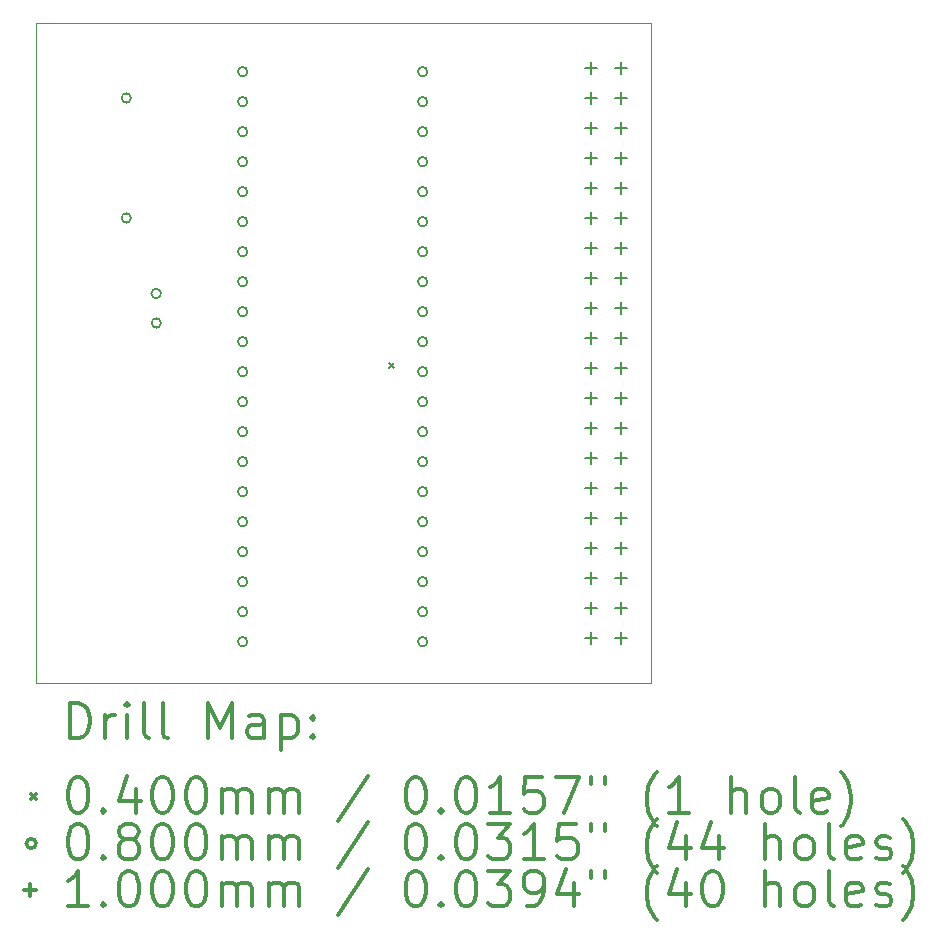
<source format=gbr>
%FSLAX45Y45*%
G04 Gerber Fmt 4.5, Leading zero omitted, Abs format (unit mm)*
G04 Created by KiCad (PCBNEW (5.1.12)-1) date 2022-10-05 17:54:54*
%MOMM*%
%LPD*%
G01*
G04 APERTURE LIST*
%TA.AperFunction,Profile*%
%ADD10C,0.050000*%
%TD*%
%ADD11C,0.200000*%
%ADD12C,0.300000*%
G04 APERTURE END LIST*
D10*
X10922000Y-4445000D02*
X16129000Y-4445000D01*
X10922000Y-4572000D02*
X10922000Y-4445000D01*
X10922000Y-10033000D02*
X10922000Y-4572000D01*
X16129000Y-10033000D02*
X10922000Y-10033000D01*
X16129000Y-4445000D02*
X16129000Y-10033000D01*
D11*
X13909300Y-7326030D02*
X13949300Y-7366030D01*
X13949300Y-7326030D02*
X13909300Y-7366030D01*
X11724000Y-5080000D02*
G75*
G03*
X11724000Y-5080000I-40000J0D01*
G01*
X11724000Y-6096000D02*
G75*
G03*
X11724000Y-6096000I-40000J0D01*
G01*
X11978000Y-6735000D02*
G75*
G03*
X11978000Y-6735000I-40000J0D01*
G01*
X11978000Y-6985000D02*
G75*
G03*
X11978000Y-6985000I-40000J0D01*
G01*
X12709500Y-4856500D02*
G75*
G03*
X12709500Y-4856500I-40000J0D01*
G01*
X12709500Y-5110500D02*
G75*
G03*
X12709500Y-5110500I-40000J0D01*
G01*
X12709500Y-5364500D02*
G75*
G03*
X12709500Y-5364500I-40000J0D01*
G01*
X12709500Y-5618500D02*
G75*
G03*
X12709500Y-5618500I-40000J0D01*
G01*
X12709500Y-5872500D02*
G75*
G03*
X12709500Y-5872500I-40000J0D01*
G01*
X12709500Y-6126500D02*
G75*
G03*
X12709500Y-6126500I-40000J0D01*
G01*
X12709500Y-6380500D02*
G75*
G03*
X12709500Y-6380500I-40000J0D01*
G01*
X12709500Y-6634500D02*
G75*
G03*
X12709500Y-6634500I-40000J0D01*
G01*
X12709500Y-6888500D02*
G75*
G03*
X12709500Y-6888500I-40000J0D01*
G01*
X12709500Y-7142500D02*
G75*
G03*
X12709500Y-7142500I-40000J0D01*
G01*
X12709500Y-7396500D02*
G75*
G03*
X12709500Y-7396500I-40000J0D01*
G01*
X12709500Y-7650500D02*
G75*
G03*
X12709500Y-7650500I-40000J0D01*
G01*
X12709500Y-7904500D02*
G75*
G03*
X12709500Y-7904500I-40000J0D01*
G01*
X12709500Y-8158500D02*
G75*
G03*
X12709500Y-8158500I-40000J0D01*
G01*
X12709500Y-8412500D02*
G75*
G03*
X12709500Y-8412500I-40000J0D01*
G01*
X12709500Y-8666500D02*
G75*
G03*
X12709500Y-8666500I-40000J0D01*
G01*
X12709500Y-8920500D02*
G75*
G03*
X12709500Y-8920500I-40000J0D01*
G01*
X12709500Y-9174500D02*
G75*
G03*
X12709500Y-9174500I-40000J0D01*
G01*
X12709500Y-9428500D02*
G75*
G03*
X12709500Y-9428500I-40000J0D01*
G01*
X12709500Y-9682500D02*
G75*
G03*
X12709500Y-9682500I-40000J0D01*
G01*
X14233500Y-4856500D02*
G75*
G03*
X14233500Y-4856500I-40000J0D01*
G01*
X14233500Y-5110500D02*
G75*
G03*
X14233500Y-5110500I-40000J0D01*
G01*
X14233500Y-5364500D02*
G75*
G03*
X14233500Y-5364500I-40000J0D01*
G01*
X14233500Y-5618500D02*
G75*
G03*
X14233500Y-5618500I-40000J0D01*
G01*
X14233500Y-5872500D02*
G75*
G03*
X14233500Y-5872500I-40000J0D01*
G01*
X14233500Y-6126500D02*
G75*
G03*
X14233500Y-6126500I-40000J0D01*
G01*
X14233500Y-6380500D02*
G75*
G03*
X14233500Y-6380500I-40000J0D01*
G01*
X14233500Y-6634500D02*
G75*
G03*
X14233500Y-6634500I-40000J0D01*
G01*
X14233500Y-6888500D02*
G75*
G03*
X14233500Y-6888500I-40000J0D01*
G01*
X14233500Y-7142500D02*
G75*
G03*
X14233500Y-7142500I-40000J0D01*
G01*
X14233500Y-7396500D02*
G75*
G03*
X14233500Y-7396500I-40000J0D01*
G01*
X14233500Y-7650500D02*
G75*
G03*
X14233500Y-7650500I-40000J0D01*
G01*
X14233500Y-7904500D02*
G75*
G03*
X14233500Y-7904500I-40000J0D01*
G01*
X14233500Y-8158500D02*
G75*
G03*
X14233500Y-8158500I-40000J0D01*
G01*
X14233500Y-8412500D02*
G75*
G03*
X14233500Y-8412500I-40000J0D01*
G01*
X14233500Y-8666500D02*
G75*
G03*
X14233500Y-8666500I-40000J0D01*
G01*
X14233500Y-8920500D02*
G75*
G03*
X14233500Y-8920500I-40000J0D01*
G01*
X14233500Y-9174500D02*
G75*
G03*
X14233500Y-9174500I-40000J0D01*
G01*
X14233500Y-9428500D02*
G75*
G03*
X14233500Y-9428500I-40000J0D01*
G01*
X14233500Y-9682500D02*
G75*
G03*
X14233500Y-9682500I-40000J0D01*
G01*
X15621000Y-4776000D02*
X15621000Y-4876000D01*
X15571000Y-4826000D02*
X15671000Y-4826000D01*
X15621000Y-5030000D02*
X15621000Y-5130000D01*
X15571000Y-5080000D02*
X15671000Y-5080000D01*
X15621000Y-5284000D02*
X15621000Y-5384000D01*
X15571000Y-5334000D02*
X15671000Y-5334000D01*
X15621000Y-5538000D02*
X15621000Y-5638000D01*
X15571000Y-5588000D02*
X15671000Y-5588000D01*
X15621000Y-5792000D02*
X15621000Y-5892000D01*
X15571000Y-5842000D02*
X15671000Y-5842000D01*
X15621000Y-6046000D02*
X15621000Y-6146000D01*
X15571000Y-6096000D02*
X15671000Y-6096000D01*
X15621000Y-6300000D02*
X15621000Y-6400000D01*
X15571000Y-6350000D02*
X15671000Y-6350000D01*
X15621000Y-6554000D02*
X15621000Y-6654000D01*
X15571000Y-6604000D02*
X15671000Y-6604000D01*
X15621000Y-6808000D02*
X15621000Y-6908000D01*
X15571000Y-6858000D02*
X15671000Y-6858000D01*
X15621000Y-7062000D02*
X15621000Y-7162000D01*
X15571000Y-7112000D02*
X15671000Y-7112000D01*
X15621000Y-7316000D02*
X15621000Y-7416000D01*
X15571000Y-7366000D02*
X15671000Y-7366000D01*
X15621000Y-7570000D02*
X15621000Y-7670000D01*
X15571000Y-7620000D02*
X15671000Y-7620000D01*
X15621000Y-7824000D02*
X15621000Y-7924000D01*
X15571000Y-7874000D02*
X15671000Y-7874000D01*
X15621000Y-8078000D02*
X15621000Y-8178000D01*
X15571000Y-8128000D02*
X15671000Y-8128000D01*
X15621000Y-8332000D02*
X15621000Y-8432000D01*
X15571000Y-8382000D02*
X15671000Y-8382000D01*
X15621000Y-8586000D02*
X15621000Y-8686000D01*
X15571000Y-8636000D02*
X15671000Y-8636000D01*
X15621000Y-8840000D02*
X15621000Y-8940000D01*
X15571000Y-8890000D02*
X15671000Y-8890000D01*
X15621000Y-9094000D02*
X15621000Y-9194000D01*
X15571000Y-9144000D02*
X15671000Y-9144000D01*
X15621000Y-9348000D02*
X15621000Y-9448000D01*
X15571000Y-9398000D02*
X15671000Y-9398000D01*
X15621000Y-9602000D02*
X15621000Y-9702000D01*
X15571000Y-9652000D02*
X15671000Y-9652000D01*
X15875000Y-4776000D02*
X15875000Y-4876000D01*
X15825000Y-4826000D02*
X15925000Y-4826000D01*
X15875000Y-5030000D02*
X15875000Y-5130000D01*
X15825000Y-5080000D02*
X15925000Y-5080000D01*
X15875000Y-5284000D02*
X15875000Y-5384000D01*
X15825000Y-5334000D02*
X15925000Y-5334000D01*
X15875000Y-5538000D02*
X15875000Y-5638000D01*
X15825000Y-5588000D02*
X15925000Y-5588000D01*
X15875000Y-5792000D02*
X15875000Y-5892000D01*
X15825000Y-5842000D02*
X15925000Y-5842000D01*
X15875000Y-6046000D02*
X15875000Y-6146000D01*
X15825000Y-6096000D02*
X15925000Y-6096000D01*
X15875000Y-6300000D02*
X15875000Y-6400000D01*
X15825000Y-6350000D02*
X15925000Y-6350000D01*
X15875000Y-6554000D02*
X15875000Y-6654000D01*
X15825000Y-6604000D02*
X15925000Y-6604000D01*
X15875000Y-6808000D02*
X15875000Y-6908000D01*
X15825000Y-6858000D02*
X15925000Y-6858000D01*
X15875000Y-7062000D02*
X15875000Y-7162000D01*
X15825000Y-7112000D02*
X15925000Y-7112000D01*
X15875000Y-7316000D02*
X15875000Y-7416000D01*
X15825000Y-7366000D02*
X15925000Y-7366000D01*
X15875000Y-7570000D02*
X15875000Y-7670000D01*
X15825000Y-7620000D02*
X15925000Y-7620000D01*
X15875000Y-7824000D02*
X15875000Y-7924000D01*
X15825000Y-7874000D02*
X15925000Y-7874000D01*
X15875000Y-8078000D02*
X15875000Y-8178000D01*
X15825000Y-8128000D02*
X15925000Y-8128000D01*
X15875000Y-8332000D02*
X15875000Y-8432000D01*
X15825000Y-8382000D02*
X15925000Y-8382000D01*
X15875000Y-8586000D02*
X15875000Y-8686000D01*
X15825000Y-8636000D02*
X15925000Y-8636000D01*
X15875000Y-8840000D02*
X15875000Y-8940000D01*
X15825000Y-8890000D02*
X15925000Y-8890000D01*
X15875000Y-9094000D02*
X15875000Y-9194000D01*
X15825000Y-9144000D02*
X15925000Y-9144000D01*
X15875000Y-9348000D02*
X15875000Y-9448000D01*
X15825000Y-9398000D02*
X15925000Y-9398000D01*
X15875000Y-9602000D02*
X15875000Y-9702000D01*
X15825000Y-9652000D02*
X15925000Y-9652000D01*
D12*
X11205928Y-10501214D02*
X11205928Y-10201214D01*
X11277357Y-10201214D01*
X11320214Y-10215500D01*
X11348786Y-10244072D01*
X11363071Y-10272643D01*
X11377357Y-10329786D01*
X11377357Y-10372643D01*
X11363071Y-10429786D01*
X11348786Y-10458357D01*
X11320214Y-10486929D01*
X11277357Y-10501214D01*
X11205928Y-10501214D01*
X11505928Y-10501214D02*
X11505928Y-10301214D01*
X11505928Y-10358357D02*
X11520214Y-10329786D01*
X11534500Y-10315500D01*
X11563071Y-10301214D01*
X11591643Y-10301214D01*
X11691643Y-10501214D02*
X11691643Y-10301214D01*
X11691643Y-10201214D02*
X11677357Y-10215500D01*
X11691643Y-10229786D01*
X11705928Y-10215500D01*
X11691643Y-10201214D01*
X11691643Y-10229786D01*
X11877357Y-10501214D02*
X11848786Y-10486929D01*
X11834500Y-10458357D01*
X11834500Y-10201214D01*
X12034500Y-10501214D02*
X12005928Y-10486929D01*
X11991643Y-10458357D01*
X11991643Y-10201214D01*
X12377357Y-10501214D02*
X12377357Y-10201214D01*
X12477357Y-10415500D01*
X12577357Y-10201214D01*
X12577357Y-10501214D01*
X12848786Y-10501214D02*
X12848786Y-10344072D01*
X12834500Y-10315500D01*
X12805928Y-10301214D01*
X12748786Y-10301214D01*
X12720214Y-10315500D01*
X12848786Y-10486929D02*
X12820214Y-10501214D01*
X12748786Y-10501214D01*
X12720214Y-10486929D01*
X12705928Y-10458357D01*
X12705928Y-10429786D01*
X12720214Y-10401214D01*
X12748786Y-10386929D01*
X12820214Y-10386929D01*
X12848786Y-10372643D01*
X12991643Y-10301214D02*
X12991643Y-10601214D01*
X12991643Y-10315500D02*
X13020214Y-10301214D01*
X13077357Y-10301214D01*
X13105928Y-10315500D01*
X13120214Y-10329786D01*
X13134500Y-10358357D01*
X13134500Y-10444072D01*
X13120214Y-10472643D01*
X13105928Y-10486929D01*
X13077357Y-10501214D01*
X13020214Y-10501214D01*
X12991643Y-10486929D01*
X13263071Y-10472643D02*
X13277357Y-10486929D01*
X13263071Y-10501214D01*
X13248786Y-10486929D01*
X13263071Y-10472643D01*
X13263071Y-10501214D01*
X13263071Y-10315500D02*
X13277357Y-10329786D01*
X13263071Y-10344072D01*
X13248786Y-10329786D01*
X13263071Y-10315500D01*
X13263071Y-10344072D01*
X10879500Y-10975500D02*
X10919500Y-11015500D01*
X10919500Y-10975500D02*
X10879500Y-11015500D01*
X11263071Y-10831214D02*
X11291643Y-10831214D01*
X11320214Y-10845500D01*
X11334500Y-10859786D01*
X11348786Y-10888357D01*
X11363071Y-10945500D01*
X11363071Y-11016929D01*
X11348786Y-11074072D01*
X11334500Y-11102643D01*
X11320214Y-11116929D01*
X11291643Y-11131214D01*
X11263071Y-11131214D01*
X11234500Y-11116929D01*
X11220214Y-11102643D01*
X11205928Y-11074072D01*
X11191643Y-11016929D01*
X11191643Y-10945500D01*
X11205928Y-10888357D01*
X11220214Y-10859786D01*
X11234500Y-10845500D01*
X11263071Y-10831214D01*
X11491643Y-11102643D02*
X11505928Y-11116929D01*
X11491643Y-11131214D01*
X11477357Y-11116929D01*
X11491643Y-11102643D01*
X11491643Y-11131214D01*
X11763071Y-10931214D02*
X11763071Y-11131214D01*
X11691643Y-10816929D02*
X11620214Y-11031214D01*
X11805928Y-11031214D01*
X11977357Y-10831214D02*
X12005928Y-10831214D01*
X12034500Y-10845500D01*
X12048786Y-10859786D01*
X12063071Y-10888357D01*
X12077357Y-10945500D01*
X12077357Y-11016929D01*
X12063071Y-11074072D01*
X12048786Y-11102643D01*
X12034500Y-11116929D01*
X12005928Y-11131214D01*
X11977357Y-11131214D01*
X11948786Y-11116929D01*
X11934500Y-11102643D01*
X11920214Y-11074072D01*
X11905928Y-11016929D01*
X11905928Y-10945500D01*
X11920214Y-10888357D01*
X11934500Y-10859786D01*
X11948786Y-10845500D01*
X11977357Y-10831214D01*
X12263071Y-10831214D02*
X12291643Y-10831214D01*
X12320214Y-10845500D01*
X12334500Y-10859786D01*
X12348786Y-10888357D01*
X12363071Y-10945500D01*
X12363071Y-11016929D01*
X12348786Y-11074072D01*
X12334500Y-11102643D01*
X12320214Y-11116929D01*
X12291643Y-11131214D01*
X12263071Y-11131214D01*
X12234500Y-11116929D01*
X12220214Y-11102643D01*
X12205928Y-11074072D01*
X12191643Y-11016929D01*
X12191643Y-10945500D01*
X12205928Y-10888357D01*
X12220214Y-10859786D01*
X12234500Y-10845500D01*
X12263071Y-10831214D01*
X12491643Y-11131214D02*
X12491643Y-10931214D01*
X12491643Y-10959786D02*
X12505928Y-10945500D01*
X12534500Y-10931214D01*
X12577357Y-10931214D01*
X12605928Y-10945500D01*
X12620214Y-10974072D01*
X12620214Y-11131214D01*
X12620214Y-10974072D02*
X12634500Y-10945500D01*
X12663071Y-10931214D01*
X12705928Y-10931214D01*
X12734500Y-10945500D01*
X12748786Y-10974072D01*
X12748786Y-11131214D01*
X12891643Y-11131214D02*
X12891643Y-10931214D01*
X12891643Y-10959786D02*
X12905928Y-10945500D01*
X12934500Y-10931214D01*
X12977357Y-10931214D01*
X13005928Y-10945500D01*
X13020214Y-10974072D01*
X13020214Y-11131214D01*
X13020214Y-10974072D02*
X13034500Y-10945500D01*
X13063071Y-10931214D01*
X13105928Y-10931214D01*
X13134500Y-10945500D01*
X13148786Y-10974072D01*
X13148786Y-11131214D01*
X13734500Y-10816929D02*
X13477357Y-11202643D01*
X14120214Y-10831214D02*
X14148786Y-10831214D01*
X14177357Y-10845500D01*
X14191643Y-10859786D01*
X14205928Y-10888357D01*
X14220214Y-10945500D01*
X14220214Y-11016929D01*
X14205928Y-11074072D01*
X14191643Y-11102643D01*
X14177357Y-11116929D01*
X14148786Y-11131214D01*
X14120214Y-11131214D01*
X14091643Y-11116929D01*
X14077357Y-11102643D01*
X14063071Y-11074072D01*
X14048786Y-11016929D01*
X14048786Y-10945500D01*
X14063071Y-10888357D01*
X14077357Y-10859786D01*
X14091643Y-10845500D01*
X14120214Y-10831214D01*
X14348786Y-11102643D02*
X14363071Y-11116929D01*
X14348786Y-11131214D01*
X14334500Y-11116929D01*
X14348786Y-11102643D01*
X14348786Y-11131214D01*
X14548786Y-10831214D02*
X14577357Y-10831214D01*
X14605928Y-10845500D01*
X14620214Y-10859786D01*
X14634500Y-10888357D01*
X14648786Y-10945500D01*
X14648786Y-11016929D01*
X14634500Y-11074072D01*
X14620214Y-11102643D01*
X14605928Y-11116929D01*
X14577357Y-11131214D01*
X14548786Y-11131214D01*
X14520214Y-11116929D01*
X14505928Y-11102643D01*
X14491643Y-11074072D01*
X14477357Y-11016929D01*
X14477357Y-10945500D01*
X14491643Y-10888357D01*
X14505928Y-10859786D01*
X14520214Y-10845500D01*
X14548786Y-10831214D01*
X14934500Y-11131214D02*
X14763071Y-11131214D01*
X14848786Y-11131214D02*
X14848786Y-10831214D01*
X14820214Y-10874072D01*
X14791643Y-10902643D01*
X14763071Y-10916929D01*
X15205928Y-10831214D02*
X15063071Y-10831214D01*
X15048786Y-10974072D01*
X15063071Y-10959786D01*
X15091643Y-10945500D01*
X15163071Y-10945500D01*
X15191643Y-10959786D01*
X15205928Y-10974072D01*
X15220214Y-11002643D01*
X15220214Y-11074072D01*
X15205928Y-11102643D01*
X15191643Y-11116929D01*
X15163071Y-11131214D01*
X15091643Y-11131214D01*
X15063071Y-11116929D01*
X15048786Y-11102643D01*
X15320214Y-10831214D02*
X15520214Y-10831214D01*
X15391643Y-11131214D01*
X15620214Y-10831214D02*
X15620214Y-10888357D01*
X15734500Y-10831214D02*
X15734500Y-10888357D01*
X16177357Y-11245500D02*
X16163071Y-11231214D01*
X16134500Y-11188357D01*
X16120214Y-11159786D01*
X16105928Y-11116929D01*
X16091643Y-11045500D01*
X16091643Y-10988357D01*
X16105928Y-10916929D01*
X16120214Y-10874072D01*
X16134500Y-10845500D01*
X16163071Y-10802643D01*
X16177357Y-10788357D01*
X16448786Y-11131214D02*
X16277357Y-11131214D01*
X16363071Y-11131214D02*
X16363071Y-10831214D01*
X16334500Y-10874072D01*
X16305928Y-10902643D01*
X16277357Y-10916929D01*
X16805928Y-11131214D02*
X16805928Y-10831214D01*
X16934500Y-11131214D02*
X16934500Y-10974072D01*
X16920214Y-10945500D01*
X16891643Y-10931214D01*
X16848786Y-10931214D01*
X16820214Y-10945500D01*
X16805928Y-10959786D01*
X17120214Y-11131214D02*
X17091643Y-11116929D01*
X17077357Y-11102643D01*
X17063071Y-11074072D01*
X17063071Y-10988357D01*
X17077357Y-10959786D01*
X17091643Y-10945500D01*
X17120214Y-10931214D01*
X17163071Y-10931214D01*
X17191643Y-10945500D01*
X17205928Y-10959786D01*
X17220214Y-10988357D01*
X17220214Y-11074072D01*
X17205928Y-11102643D01*
X17191643Y-11116929D01*
X17163071Y-11131214D01*
X17120214Y-11131214D01*
X17391643Y-11131214D02*
X17363071Y-11116929D01*
X17348786Y-11088357D01*
X17348786Y-10831214D01*
X17620214Y-11116929D02*
X17591643Y-11131214D01*
X17534500Y-11131214D01*
X17505928Y-11116929D01*
X17491643Y-11088357D01*
X17491643Y-10974072D01*
X17505928Y-10945500D01*
X17534500Y-10931214D01*
X17591643Y-10931214D01*
X17620214Y-10945500D01*
X17634500Y-10974072D01*
X17634500Y-11002643D01*
X17491643Y-11031214D01*
X17734500Y-11245500D02*
X17748786Y-11231214D01*
X17777357Y-11188357D01*
X17791643Y-11159786D01*
X17805928Y-11116929D01*
X17820214Y-11045500D01*
X17820214Y-10988357D01*
X17805928Y-10916929D01*
X17791643Y-10874072D01*
X17777357Y-10845500D01*
X17748786Y-10802643D01*
X17734500Y-10788357D01*
X10919500Y-11391500D02*
G75*
G03*
X10919500Y-11391500I-40000J0D01*
G01*
X11263071Y-11227214D02*
X11291643Y-11227214D01*
X11320214Y-11241500D01*
X11334500Y-11255786D01*
X11348786Y-11284357D01*
X11363071Y-11341500D01*
X11363071Y-11412929D01*
X11348786Y-11470071D01*
X11334500Y-11498643D01*
X11320214Y-11512929D01*
X11291643Y-11527214D01*
X11263071Y-11527214D01*
X11234500Y-11512929D01*
X11220214Y-11498643D01*
X11205928Y-11470071D01*
X11191643Y-11412929D01*
X11191643Y-11341500D01*
X11205928Y-11284357D01*
X11220214Y-11255786D01*
X11234500Y-11241500D01*
X11263071Y-11227214D01*
X11491643Y-11498643D02*
X11505928Y-11512929D01*
X11491643Y-11527214D01*
X11477357Y-11512929D01*
X11491643Y-11498643D01*
X11491643Y-11527214D01*
X11677357Y-11355786D02*
X11648786Y-11341500D01*
X11634500Y-11327214D01*
X11620214Y-11298643D01*
X11620214Y-11284357D01*
X11634500Y-11255786D01*
X11648786Y-11241500D01*
X11677357Y-11227214D01*
X11734500Y-11227214D01*
X11763071Y-11241500D01*
X11777357Y-11255786D01*
X11791643Y-11284357D01*
X11791643Y-11298643D01*
X11777357Y-11327214D01*
X11763071Y-11341500D01*
X11734500Y-11355786D01*
X11677357Y-11355786D01*
X11648786Y-11370071D01*
X11634500Y-11384357D01*
X11620214Y-11412929D01*
X11620214Y-11470071D01*
X11634500Y-11498643D01*
X11648786Y-11512929D01*
X11677357Y-11527214D01*
X11734500Y-11527214D01*
X11763071Y-11512929D01*
X11777357Y-11498643D01*
X11791643Y-11470071D01*
X11791643Y-11412929D01*
X11777357Y-11384357D01*
X11763071Y-11370071D01*
X11734500Y-11355786D01*
X11977357Y-11227214D02*
X12005928Y-11227214D01*
X12034500Y-11241500D01*
X12048786Y-11255786D01*
X12063071Y-11284357D01*
X12077357Y-11341500D01*
X12077357Y-11412929D01*
X12063071Y-11470071D01*
X12048786Y-11498643D01*
X12034500Y-11512929D01*
X12005928Y-11527214D01*
X11977357Y-11527214D01*
X11948786Y-11512929D01*
X11934500Y-11498643D01*
X11920214Y-11470071D01*
X11905928Y-11412929D01*
X11905928Y-11341500D01*
X11920214Y-11284357D01*
X11934500Y-11255786D01*
X11948786Y-11241500D01*
X11977357Y-11227214D01*
X12263071Y-11227214D02*
X12291643Y-11227214D01*
X12320214Y-11241500D01*
X12334500Y-11255786D01*
X12348786Y-11284357D01*
X12363071Y-11341500D01*
X12363071Y-11412929D01*
X12348786Y-11470071D01*
X12334500Y-11498643D01*
X12320214Y-11512929D01*
X12291643Y-11527214D01*
X12263071Y-11527214D01*
X12234500Y-11512929D01*
X12220214Y-11498643D01*
X12205928Y-11470071D01*
X12191643Y-11412929D01*
X12191643Y-11341500D01*
X12205928Y-11284357D01*
X12220214Y-11255786D01*
X12234500Y-11241500D01*
X12263071Y-11227214D01*
X12491643Y-11527214D02*
X12491643Y-11327214D01*
X12491643Y-11355786D02*
X12505928Y-11341500D01*
X12534500Y-11327214D01*
X12577357Y-11327214D01*
X12605928Y-11341500D01*
X12620214Y-11370071D01*
X12620214Y-11527214D01*
X12620214Y-11370071D02*
X12634500Y-11341500D01*
X12663071Y-11327214D01*
X12705928Y-11327214D01*
X12734500Y-11341500D01*
X12748786Y-11370071D01*
X12748786Y-11527214D01*
X12891643Y-11527214D02*
X12891643Y-11327214D01*
X12891643Y-11355786D02*
X12905928Y-11341500D01*
X12934500Y-11327214D01*
X12977357Y-11327214D01*
X13005928Y-11341500D01*
X13020214Y-11370071D01*
X13020214Y-11527214D01*
X13020214Y-11370071D02*
X13034500Y-11341500D01*
X13063071Y-11327214D01*
X13105928Y-11327214D01*
X13134500Y-11341500D01*
X13148786Y-11370071D01*
X13148786Y-11527214D01*
X13734500Y-11212929D02*
X13477357Y-11598643D01*
X14120214Y-11227214D02*
X14148786Y-11227214D01*
X14177357Y-11241500D01*
X14191643Y-11255786D01*
X14205928Y-11284357D01*
X14220214Y-11341500D01*
X14220214Y-11412929D01*
X14205928Y-11470071D01*
X14191643Y-11498643D01*
X14177357Y-11512929D01*
X14148786Y-11527214D01*
X14120214Y-11527214D01*
X14091643Y-11512929D01*
X14077357Y-11498643D01*
X14063071Y-11470071D01*
X14048786Y-11412929D01*
X14048786Y-11341500D01*
X14063071Y-11284357D01*
X14077357Y-11255786D01*
X14091643Y-11241500D01*
X14120214Y-11227214D01*
X14348786Y-11498643D02*
X14363071Y-11512929D01*
X14348786Y-11527214D01*
X14334500Y-11512929D01*
X14348786Y-11498643D01*
X14348786Y-11527214D01*
X14548786Y-11227214D02*
X14577357Y-11227214D01*
X14605928Y-11241500D01*
X14620214Y-11255786D01*
X14634500Y-11284357D01*
X14648786Y-11341500D01*
X14648786Y-11412929D01*
X14634500Y-11470071D01*
X14620214Y-11498643D01*
X14605928Y-11512929D01*
X14577357Y-11527214D01*
X14548786Y-11527214D01*
X14520214Y-11512929D01*
X14505928Y-11498643D01*
X14491643Y-11470071D01*
X14477357Y-11412929D01*
X14477357Y-11341500D01*
X14491643Y-11284357D01*
X14505928Y-11255786D01*
X14520214Y-11241500D01*
X14548786Y-11227214D01*
X14748786Y-11227214D02*
X14934500Y-11227214D01*
X14834500Y-11341500D01*
X14877357Y-11341500D01*
X14905928Y-11355786D01*
X14920214Y-11370071D01*
X14934500Y-11398643D01*
X14934500Y-11470071D01*
X14920214Y-11498643D01*
X14905928Y-11512929D01*
X14877357Y-11527214D01*
X14791643Y-11527214D01*
X14763071Y-11512929D01*
X14748786Y-11498643D01*
X15220214Y-11527214D02*
X15048786Y-11527214D01*
X15134500Y-11527214D02*
X15134500Y-11227214D01*
X15105928Y-11270071D01*
X15077357Y-11298643D01*
X15048786Y-11312929D01*
X15491643Y-11227214D02*
X15348786Y-11227214D01*
X15334500Y-11370071D01*
X15348786Y-11355786D01*
X15377357Y-11341500D01*
X15448786Y-11341500D01*
X15477357Y-11355786D01*
X15491643Y-11370071D01*
X15505928Y-11398643D01*
X15505928Y-11470071D01*
X15491643Y-11498643D01*
X15477357Y-11512929D01*
X15448786Y-11527214D01*
X15377357Y-11527214D01*
X15348786Y-11512929D01*
X15334500Y-11498643D01*
X15620214Y-11227214D02*
X15620214Y-11284357D01*
X15734500Y-11227214D02*
X15734500Y-11284357D01*
X16177357Y-11641500D02*
X16163071Y-11627214D01*
X16134500Y-11584357D01*
X16120214Y-11555786D01*
X16105928Y-11512929D01*
X16091643Y-11441500D01*
X16091643Y-11384357D01*
X16105928Y-11312929D01*
X16120214Y-11270071D01*
X16134500Y-11241500D01*
X16163071Y-11198643D01*
X16177357Y-11184357D01*
X16420214Y-11327214D02*
X16420214Y-11527214D01*
X16348786Y-11212929D02*
X16277357Y-11427214D01*
X16463071Y-11427214D01*
X16705928Y-11327214D02*
X16705928Y-11527214D01*
X16634500Y-11212929D02*
X16563071Y-11427214D01*
X16748786Y-11427214D01*
X17091643Y-11527214D02*
X17091643Y-11227214D01*
X17220214Y-11527214D02*
X17220214Y-11370071D01*
X17205928Y-11341500D01*
X17177357Y-11327214D01*
X17134500Y-11327214D01*
X17105928Y-11341500D01*
X17091643Y-11355786D01*
X17405928Y-11527214D02*
X17377357Y-11512929D01*
X17363071Y-11498643D01*
X17348786Y-11470071D01*
X17348786Y-11384357D01*
X17363071Y-11355786D01*
X17377357Y-11341500D01*
X17405928Y-11327214D01*
X17448786Y-11327214D01*
X17477357Y-11341500D01*
X17491643Y-11355786D01*
X17505928Y-11384357D01*
X17505928Y-11470071D01*
X17491643Y-11498643D01*
X17477357Y-11512929D01*
X17448786Y-11527214D01*
X17405928Y-11527214D01*
X17677357Y-11527214D02*
X17648786Y-11512929D01*
X17634500Y-11484357D01*
X17634500Y-11227214D01*
X17905928Y-11512929D02*
X17877357Y-11527214D01*
X17820214Y-11527214D01*
X17791643Y-11512929D01*
X17777357Y-11484357D01*
X17777357Y-11370071D01*
X17791643Y-11341500D01*
X17820214Y-11327214D01*
X17877357Y-11327214D01*
X17905928Y-11341500D01*
X17920214Y-11370071D01*
X17920214Y-11398643D01*
X17777357Y-11427214D01*
X18034500Y-11512929D02*
X18063071Y-11527214D01*
X18120214Y-11527214D01*
X18148786Y-11512929D01*
X18163071Y-11484357D01*
X18163071Y-11470071D01*
X18148786Y-11441500D01*
X18120214Y-11427214D01*
X18077357Y-11427214D01*
X18048786Y-11412929D01*
X18034500Y-11384357D01*
X18034500Y-11370071D01*
X18048786Y-11341500D01*
X18077357Y-11327214D01*
X18120214Y-11327214D01*
X18148786Y-11341500D01*
X18263071Y-11641500D02*
X18277357Y-11627214D01*
X18305928Y-11584357D01*
X18320214Y-11555786D01*
X18334500Y-11512929D01*
X18348786Y-11441500D01*
X18348786Y-11384357D01*
X18334500Y-11312929D01*
X18320214Y-11270071D01*
X18305928Y-11241500D01*
X18277357Y-11198643D01*
X18263071Y-11184357D01*
X10869500Y-11737500D02*
X10869500Y-11837500D01*
X10819500Y-11787500D02*
X10919500Y-11787500D01*
X11363071Y-11923214D02*
X11191643Y-11923214D01*
X11277357Y-11923214D02*
X11277357Y-11623214D01*
X11248786Y-11666071D01*
X11220214Y-11694643D01*
X11191643Y-11708929D01*
X11491643Y-11894643D02*
X11505928Y-11908929D01*
X11491643Y-11923214D01*
X11477357Y-11908929D01*
X11491643Y-11894643D01*
X11491643Y-11923214D01*
X11691643Y-11623214D02*
X11720214Y-11623214D01*
X11748786Y-11637500D01*
X11763071Y-11651786D01*
X11777357Y-11680357D01*
X11791643Y-11737500D01*
X11791643Y-11808929D01*
X11777357Y-11866071D01*
X11763071Y-11894643D01*
X11748786Y-11908929D01*
X11720214Y-11923214D01*
X11691643Y-11923214D01*
X11663071Y-11908929D01*
X11648786Y-11894643D01*
X11634500Y-11866071D01*
X11620214Y-11808929D01*
X11620214Y-11737500D01*
X11634500Y-11680357D01*
X11648786Y-11651786D01*
X11663071Y-11637500D01*
X11691643Y-11623214D01*
X11977357Y-11623214D02*
X12005928Y-11623214D01*
X12034500Y-11637500D01*
X12048786Y-11651786D01*
X12063071Y-11680357D01*
X12077357Y-11737500D01*
X12077357Y-11808929D01*
X12063071Y-11866071D01*
X12048786Y-11894643D01*
X12034500Y-11908929D01*
X12005928Y-11923214D01*
X11977357Y-11923214D01*
X11948786Y-11908929D01*
X11934500Y-11894643D01*
X11920214Y-11866071D01*
X11905928Y-11808929D01*
X11905928Y-11737500D01*
X11920214Y-11680357D01*
X11934500Y-11651786D01*
X11948786Y-11637500D01*
X11977357Y-11623214D01*
X12263071Y-11623214D02*
X12291643Y-11623214D01*
X12320214Y-11637500D01*
X12334500Y-11651786D01*
X12348786Y-11680357D01*
X12363071Y-11737500D01*
X12363071Y-11808929D01*
X12348786Y-11866071D01*
X12334500Y-11894643D01*
X12320214Y-11908929D01*
X12291643Y-11923214D01*
X12263071Y-11923214D01*
X12234500Y-11908929D01*
X12220214Y-11894643D01*
X12205928Y-11866071D01*
X12191643Y-11808929D01*
X12191643Y-11737500D01*
X12205928Y-11680357D01*
X12220214Y-11651786D01*
X12234500Y-11637500D01*
X12263071Y-11623214D01*
X12491643Y-11923214D02*
X12491643Y-11723214D01*
X12491643Y-11751786D02*
X12505928Y-11737500D01*
X12534500Y-11723214D01*
X12577357Y-11723214D01*
X12605928Y-11737500D01*
X12620214Y-11766071D01*
X12620214Y-11923214D01*
X12620214Y-11766071D02*
X12634500Y-11737500D01*
X12663071Y-11723214D01*
X12705928Y-11723214D01*
X12734500Y-11737500D01*
X12748786Y-11766071D01*
X12748786Y-11923214D01*
X12891643Y-11923214D02*
X12891643Y-11723214D01*
X12891643Y-11751786D02*
X12905928Y-11737500D01*
X12934500Y-11723214D01*
X12977357Y-11723214D01*
X13005928Y-11737500D01*
X13020214Y-11766071D01*
X13020214Y-11923214D01*
X13020214Y-11766071D02*
X13034500Y-11737500D01*
X13063071Y-11723214D01*
X13105928Y-11723214D01*
X13134500Y-11737500D01*
X13148786Y-11766071D01*
X13148786Y-11923214D01*
X13734500Y-11608929D02*
X13477357Y-11994643D01*
X14120214Y-11623214D02*
X14148786Y-11623214D01*
X14177357Y-11637500D01*
X14191643Y-11651786D01*
X14205928Y-11680357D01*
X14220214Y-11737500D01*
X14220214Y-11808929D01*
X14205928Y-11866071D01*
X14191643Y-11894643D01*
X14177357Y-11908929D01*
X14148786Y-11923214D01*
X14120214Y-11923214D01*
X14091643Y-11908929D01*
X14077357Y-11894643D01*
X14063071Y-11866071D01*
X14048786Y-11808929D01*
X14048786Y-11737500D01*
X14063071Y-11680357D01*
X14077357Y-11651786D01*
X14091643Y-11637500D01*
X14120214Y-11623214D01*
X14348786Y-11894643D02*
X14363071Y-11908929D01*
X14348786Y-11923214D01*
X14334500Y-11908929D01*
X14348786Y-11894643D01*
X14348786Y-11923214D01*
X14548786Y-11623214D02*
X14577357Y-11623214D01*
X14605928Y-11637500D01*
X14620214Y-11651786D01*
X14634500Y-11680357D01*
X14648786Y-11737500D01*
X14648786Y-11808929D01*
X14634500Y-11866071D01*
X14620214Y-11894643D01*
X14605928Y-11908929D01*
X14577357Y-11923214D01*
X14548786Y-11923214D01*
X14520214Y-11908929D01*
X14505928Y-11894643D01*
X14491643Y-11866071D01*
X14477357Y-11808929D01*
X14477357Y-11737500D01*
X14491643Y-11680357D01*
X14505928Y-11651786D01*
X14520214Y-11637500D01*
X14548786Y-11623214D01*
X14748786Y-11623214D02*
X14934500Y-11623214D01*
X14834500Y-11737500D01*
X14877357Y-11737500D01*
X14905928Y-11751786D01*
X14920214Y-11766071D01*
X14934500Y-11794643D01*
X14934500Y-11866071D01*
X14920214Y-11894643D01*
X14905928Y-11908929D01*
X14877357Y-11923214D01*
X14791643Y-11923214D01*
X14763071Y-11908929D01*
X14748786Y-11894643D01*
X15077357Y-11923214D02*
X15134500Y-11923214D01*
X15163071Y-11908929D01*
X15177357Y-11894643D01*
X15205928Y-11851786D01*
X15220214Y-11794643D01*
X15220214Y-11680357D01*
X15205928Y-11651786D01*
X15191643Y-11637500D01*
X15163071Y-11623214D01*
X15105928Y-11623214D01*
X15077357Y-11637500D01*
X15063071Y-11651786D01*
X15048786Y-11680357D01*
X15048786Y-11751786D01*
X15063071Y-11780357D01*
X15077357Y-11794643D01*
X15105928Y-11808929D01*
X15163071Y-11808929D01*
X15191643Y-11794643D01*
X15205928Y-11780357D01*
X15220214Y-11751786D01*
X15477357Y-11723214D02*
X15477357Y-11923214D01*
X15405928Y-11608929D02*
X15334500Y-11823214D01*
X15520214Y-11823214D01*
X15620214Y-11623214D02*
X15620214Y-11680357D01*
X15734500Y-11623214D02*
X15734500Y-11680357D01*
X16177357Y-12037500D02*
X16163071Y-12023214D01*
X16134500Y-11980357D01*
X16120214Y-11951786D01*
X16105928Y-11908929D01*
X16091643Y-11837500D01*
X16091643Y-11780357D01*
X16105928Y-11708929D01*
X16120214Y-11666071D01*
X16134500Y-11637500D01*
X16163071Y-11594643D01*
X16177357Y-11580357D01*
X16420214Y-11723214D02*
X16420214Y-11923214D01*
X16348786Y-11608929D02*
X16277357Y-11823214D01*
X16463071Y-11823214D01*
X16634500Y-11623214D02*
X16663071Y-11623214D01*
X16691643Y-11637500D01*
X16705928Y-11651786D01*
X16720214Y-11680357D01*
X16734500Y-11737500D01*
X16734500Y-11808929D01*
X16720214Y-11866071D01*
X16705928Y-11894643D01*
X16691643Y-11908929D01*
X16663071Y-11923214D01*
X16634500Y-11923214D01*
X16605928Y-11908929D01*
X16591643Y-11894643D01*
X16577357Y-11866071D01*
X16563071Y-11808929D01*
X16563071Y-11737500D01*
X16577357Y-11680357D01*
X16591643Y-11651786D01*
X16605928Y-11637500D01*
X16634500Y-11623214D01*
X17091643Y-11923214D02*
X17091643Y-11623214D01*
X17220214Y-11923214D02*
X17220214Y-11766071D01*
X17205928Y-11737500D01*
X17177357Y-11723214D01*
X17134500Y-11723214D01*
X17105928Y-11737500D01*
X17091643Y-11751786D01*
X17405928Y-11923214D02*
X17377357Y-11908929D01*
X17363071Y-11894643D01*
X17348786Y-11866071D01*
X17348786Y-11780357D01*
X17363071Y-11751786D01*
X17377357Y-11737500D01*
X17405928Y-11723214D01*
X17448786Y-11723214D01*
X17477357Y-11737500D01*
X17491643Y-11751786D01*
X17505928Y-11780357D01*
X17505928Y-11866071D01*
X17491643Y-11894643D01*
X17477357Y-11908929D01*
X17448786Y-11923214D01*
X17405928Y-11923214D01*
X17677357Y-11923214D02*
X17648786Y-11908929D01*
X17634500Y-11880357D01*
X17634500Y-11623214D01*
X17905928Y-11908929D02*
X17877357Y-11923214D01*
X17820214Y-11923214D01*
X17791643Y-11908929D01*
X17777357Y-11880357D01*
X17777357Y-11766071D01*
X17791643Y-11737500D01*
X17820214Y-11723214D01*
X17877357Y-11723214D01*
X17905928Y-11737500D01*
X17920214Y-11766071D01*
X17920214Y-11794643D01*
X17777357Y-11823214D01*
X18034500Y-11908929D02*
X18063071Y-11923214D01*
X18120214Y-11923214D01*
X18148786Y-11908929D01*
X18163071Y-11880357D01*
X18163071Y-11866071D01*
X18148786Y-11837500D01*
X18120214Y-11823214D01*
X18077357Y-11823214D01*
X18048786Y-11808929D01*
X18034500Y-11780357D01*
X18034500Y-11766071D01*
X18048786Y-11737500D01*
X18077357Y-11723214D01*
X18120214Y-11723214D01*
X18148786Y-11737500D01*
X18263071Y-12037500D02*
X18277357Y-12023214D01*
X18305928Y-11980357D01*
X18320214Y-11951786D01*
X18334500Y-11908929D01*
X18348786Y-11837500D01*
X18348786Y-11780357D01*
X18334500Y-11708929D01*
X18320214Y-11666071D01*
X18305928Y-11637500D01*
X18277357Y-11594643D01*
X18263071Y-11580357D01*
M02*

</source>
